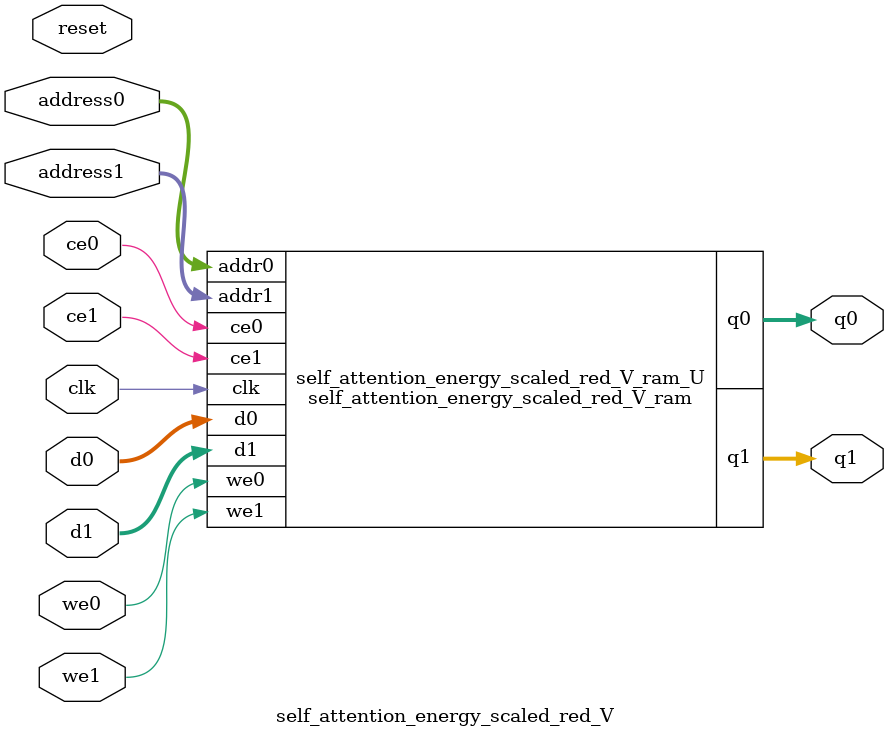
<source format=v>
`timescale 1 ns / 1 ps
module self_attention_energy_scaled_red_V_ram (addr0, ce0, d0, we0, q0, addr1, ce1, d1, we1, q1,  clk);

parameter DWIDTH = 16;
parameter AWIDTH = 3;
parameter MEM_SIZE = 8;

input[AWIDTH-1:0] addr0;
input ce0;
input[DWIDTH-1:0] d0;
input we0;
output reg[DWIDTH-1:0] q0;
input[AWIDTH-1:0] addr1;
input ce1;
input[DWIDTH-1:0] d1;
input we1;
output reg[DWIDTH-1:0] q1;
input clk;

(* ram_style = "block" *)reg [DWIDTH-1:0] ram[0:MEM_SIZE-1];




always @(posedge clk)  
begin 
    if (ce0) begin
        if (we0) 
            ram[addr0] <= d0; 
        q0 <= ram[addr0];
    end
end


always @(posedge clk)  
begin 
    if (ce1) begin
        if (we1) 
            ram[addr1] <= d1; 
        q1 <= ram[addr1];
    end
end


endmodule

`timescale 1 ns / 1 ps
module self_attention_energy_scaled_red_V(
    reset,
    clk,
    address0,
    ce0,
    we0,
    d0,
    q0,
    address1,
    ce1,
    we1,
    d1,
    q1);

parameter DataWidth = 32'd16;
parameter AddressRange = 32'd8;
parameter AddressWidth = 32'd3;
input reset;
input clk;
input[AddressWidth - 1:0] address0;
input ce0;
input we0;
input[DataWidth - 1:0] d0;
output[DataWidth - 1:0] q0;
input[AddressWidth - 1:0] address1;
input ce1;
input we1;
input[DataWidth - 1:0] d1;
output[DataWidth - 1:0] q1;



self_attention_energy_scaled_red_V_ram self_attention_energy_scaled_red_V_ram_U(
    .clk( clk ),
    .addr0( address0 ),
    .ce0( ce0 ),
    .we0( we0 ),
    .d0( d0 ),
    .q0( q0 ),
    .addr1( address1 ),
    .ce1( ce1 ),
    .we1( we1 ),
    .d1( d1 ),
    .q1( q1 ));

endmodule


</source>
